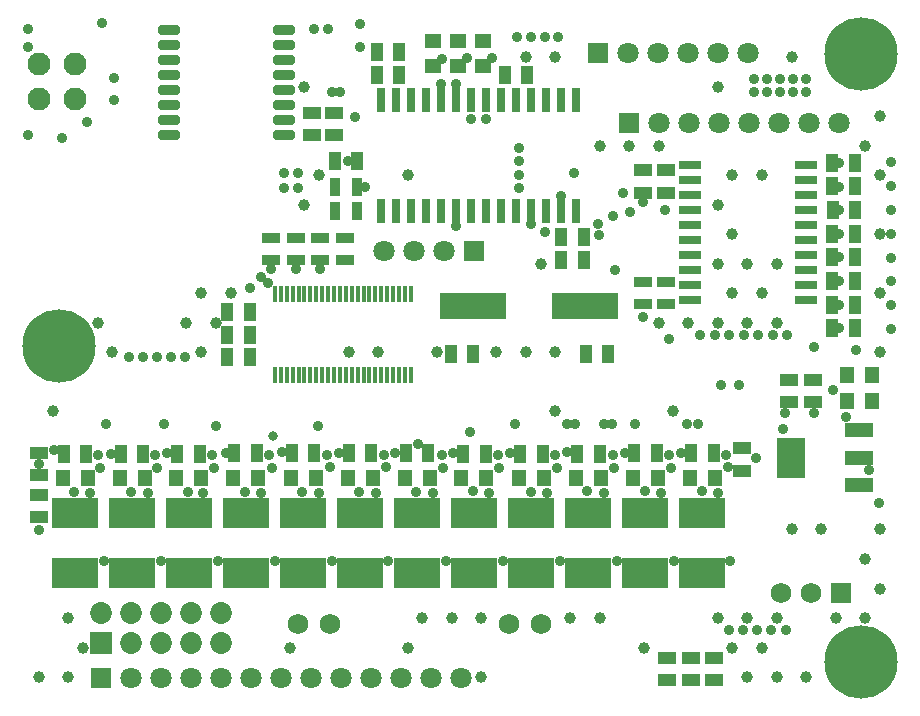
<source format=gts>
G04*
G04 #@! TF.GenerationSoftware,Altium Limited,Altium Designer,19.1.9 (167)*
G04*
G04 Layer_Color=8388736*
%FSLAX44Y44*%
%MOMM*%
G71*
G01*
G75*
%ADD29R,0.8032X2.0032*%
%ADD30R,1.5032X1.1032*%
%ADD31R,1.1032X1.5032*%
%ADD32R,1.3032X1.4032*%
%ADD33R,3.9032X2.6532*%
%ADD34R,2.3532X1.1532*%
%ADD35R,2.3532X3.4532*%
%ADD36R,1.5032X0.9032*%
%ADD37R,0.9032X1.5032*%
%ADD38R,1.8532X0.8032*%
%ADD39R,1.4032X1.3032*%
%ADD40R,0.4532X1.4532*%
%ADD41R,5.7032X2.2032*%
G04:AMPARAMS|DCode=42|XSize=0.8032mm|YSize=1.8532mm|CornerRadius=0.2516mm|HoleSize=0mm|Usage=FLASHONLY|Rotation=270.000|XOffset=0mm|YOffset=0mm|HoleType=Round|Shape=RoundedRectangle|*
%AMROUNDEDRECTD42*
21,1,0.8032,1.3500,0,0,270.0*
21,1,0.3000,1.8532,0,0,270.0*
1,1,0.5032,-0.6750,-0.1500*
1,1,0.5032,-0.6750,0.1500*
1,1,0.5032,0.6750,0.1500*
1,1,0.5032,0.6750,-0.1500*
%
%ADD42ROUNDEDRECTD42*%
%ADD43C,6.2032*%
%ADD44C,1.8032*%
%ADD45R,1.8032X1.8032*%
%ADD46C,1.8532*%
%ADD47R,1.8532X1.8532*%
%ADD48C,1.7272*%
%ADD49R,1.7272X1.7272*%
%ADD50C,1.9532*%
%ADD51C,0.9032*%
%ADD52C,1.0032*%
%ADD53C,0.8032*%
D29*
X237200Y395250D02*
D03*
X249900D02*
D03*
X262600D02*
D03*
X275300D02*
D03*
X288000D02*
D03*
X300700D02*
D03*
X313400D02*
D03*
X326100D02*
D03*
X338800D02*
D03*
X351500D02*
D03*
X364200D02*
D03*
X376900D02*
D03*
X389600D02*
D03*
X402300D02*
D03*
X237200Y489250D02*
D03*
X249900D02*
D03*
X262600D02*
D03*
X275300D02*
D03*
X288000D02*
D03*
X300700D02*
D03*
X313400D02*
D03*
X326100D02*
D03*
X338800D02*
D03*
X351500D02*
D03*
X364200D02*
D03*
X376900D02*
D03*
X389600D02*
D03*
X402300D02*
D03*
D30*
X543205Y194481D02*
D03*
Y175481D02*
D03*
X-52463Y171680D02*
D03*
Y190680D02*
D03*
Y154925D02*
D03*
Y135925D02*
D03*
X518920Y-1910D02*
D03*
Y17090D02*
D03*
X499320Y-1910D02*
D03*
Y17090D02*
D03*
X479720Y-1910D02*
D03*
Y17090D02*
D03*
X582700Y252520D02*
D03*
Y233520D02*
D03*
X602720Y252520D02*
D03*
Y233520D02*
D03*
X478720Y430000D02*
D03*
Y411000D02*
D03*
X459250Y430000D02*
D03*
Y411000D02*
D03*
X197750Y478500D02*
D03*
Y459500D02*
D03*
X178750Y478500D02*
D03*
Y459500D02*
D03*
D31*
X500020Y190180D02*
D03*
X519020D02*
D03*
X451590D02*
D03*
X470590D02*
D03*
X403500Y189930D02*
D03*
X422500D02*
D03*
X355090D02*
D03*
X374090D02*
D03*
X306840D02*
D03*
X325840D02*
D03*
X258340Y190180D02*
D03*
X277340D02*
D03*
X209840D02*
D03*
X228840D02*
D03*
X161590D02*
D03*
X180590D02*
D03*
X113090D02*
D03*
X132090D02*
D03*
X64590Y189930D02*
D03*
X83590D02*
D03*
X16840D02*
D03*
X35840D02*
D03*
X-31410D02*
D03*
X-12410D02*
D03*
X217000Y437750D02*
D03*
X198000D02*
D03*
X389750Y373250D02*
D03*
X408750D02*
D03*
X389750Y354000D02*
D03*
X408750D02*
D03*
X638500Y296000D02*
D03*
X619500D02*
D03*
X638500Y315857D02*
D03*
X619500D02*
D03*
X638500Y335964D02*
D03*
X619500D02*
D03*
X638500Y356000D02*
D03*
X619500D02*
D03*
X638500Y376000D02*
D03*
X619500D02*
D03*
X638560Y396000D02*
D03*
X619560D02*
D03*
X638500Y416143D02*
D03*
X619500D02*
D03*
X638370Y436250D02*
D03*
X619370D02*
D03*
X252833Y530093D02*
D03*
X233833D02*
D03*
X252833Y510593D02*
D03*
X233833D02*
D03*
X361250Y510500D02*
D03*
X342250D02*
D03*
X410535Y274250D02*
D03*
X429535D02*
D03*
X315340Y274250D02*
D03*
X296340D02*
D03*
X107250Y290750D02*
D03*
X126250D02*
D03*
X107250Y272000D02*
D03*
X126250D02*
D03*
X107250Y309500D02*
D03*
X126250D02*
D03*
D32*
X498770Y169120D02*
D03*
X519770D02*
D03*
X450510D02*
D03*
X471510D02*
D03*
X402250D02*
D03*
X423250D02*
D03*
X353990D02*
D03*
X374990D02*
D03*
X305390D02*
D03*
X326390D02*
D03*
X257470D02*
D03*
X278470D02*
D03*
X209210D02*
D03*
X230210D02*
D03*
X160950D02*
D03*
X181950D02*
D03*
X111760D02*
D03*
X132760D02*
D03*
X64090D02*
D03*
X85090D02*
D03*
X16170D02*
D03*
X37170D02*
D03*
X-32090D02*
D03*
X-11090D02*
D03*
X631560Y234350D02*
D03*
X652560D02*
D03*
X631560Y256270D02*
D03*
X652560D02*
D03*
D33*
X509270Y88550D02*
D03*
Y140050D02*
D03*
X461010Y88550D02*
D03*
Y140050D02*
D03*
X412750Y88550D02*
D03*
Y140050D02*
D03*
X364490Y88550D02*
D03*
Y140050D02*
D03*
X316230Y88550D02*
D03*
Y140050D02*
D03*
X267970Y88550D02*
D03*
Y140050D02*
D03*
X219710Y88550D02*
D03*
Y140050D02*
D03*
X171450Y88550D02*
D03*
Y140050D02*
D03*
X123190Y88550D02*
D03*
Y140050D02*
D03*
X74930Y88550D02*
D03*
Y140050D02*
D03*
X26670Y88550D02*
D03*
Y140050D02*
D03*
X-21590Y88550D02*
D03*
Y140050D02*
D03*
D34*
X642000Y163500D02*
D03*
Y186500D02*
D03*
Y209500D02*
D03*
D35*
X584000Y186500D02*
D03*
D36*
X206420Y372500D02*
D03*
Y353500D02*
D03*
X478340Y335500D02*
D03*
Y316500D02*
D03*
X458750Y335500D02*
D03*
Y316500D02*
D03*
X185720Y353500D02*
D03*
Y372500D02*
D03*
X165020Y353500D02*
D03*
Y372500D02*
D03*
X144320Y353500D02*
D03*
Y372500D02*
D03*
D37*
X198000Y416000D02*
D03*
X217000D02*
D03*
X198000Y395250D02*
D03*
X217000D02*
D03*
D38*
X499250Y433900D02*
D03*
Y421200D02*
D03*
Y408500D02*
D03*
Y395800D02*
D03*
Y383100D02*
D03*
Y370400D02*
D03*
Y357700D02*
D03*
Y345000D02*
D03*
Y332300D02*
D03*
Y319600D02*
D03*
X596750Y433900D02*
D03*
Y421200D02*
D03*
Y408500D02*
D03*
Y395800D02*
D03*
Y383100D02*
D03*
Y370400D02*
D03*
Y357700D02*
D03*
Y345000D02*
D03*
Y332300D02*
D03*
Y319600D02*
D03*
D39*
X323250Y518250D02*
D03*
Y539250D02*
D03*
X302250Y518250D02*
D03*
Y539250D02*
D03*
X281000Y518000D02*
D03*
Y539000D02*
D03*
D40*
X147470Y256380D02*
D03*
X152470D02*
D03*
X157470D02*
D03*
X162470D02*
D03*
X167470D02*
D03*
X172470D02*
D03*
X177470D02*
D03*
X182470D02*
D03*
X187470D02*
D03*
X192470D02*
D03*
X197470D02*
D03*
X202470D02*
D03*
X207470D02*
D03*
X212470D02*
D03*
X217470D02*
D03*
X222470D02*
D03*
X227470D02*
D03*
X232470D02*
D03*
X237470D02*
D03*
X242470D02*
D03*
X247470D02*
D03*
X252470D02*
D03*
X257470D02*
D03*
X262470D02*
D03*
X147470Y324880D02*
D03*
X152470D02*
D03*
X157470D02*
D03*
X162470D02*
D03*
X167470D02*
D03*
X172470D02*
D03*
X177470D02*
D03*
X182470D02*
D03*
X187470D02*
D03*
X192470D02*
D03*
X197470D02*
D03*
X202470D02*
D03*
X207470D02*
D03*
X212470D02*
D03*
X217470D02*
D03*
X222470D02*
D03*
X227470D02*
D03*
X232470D02*
D03*
X237470D02*
D03*
X242470D02*
D03*
X247470D02*
D03*
X252470D02*
D03*
X257470D02*
D03*
X262470D02*
D03*
D41*
X315250Y315000D02*
D03*
X410250D02*
D03*
D42*
X155000Y460050D02*
D03*
Y472750D02*
D03*
Y485450D02*
D03*
Y498150D02*
D03*
Y510850D02*
D03*
Y523550D02*
D03*
Y536250D02*
D03*
Y548950D02*
D03*
X57500Y460050D02*
D03*
Y472750D02*
D03*
Y485450D02*
D03*
Y498150D02*
D03*
Y510850D02*
D03*
Y523550D02*
D03*
Y536250D02*
D03*
Y548950D02*
D03*
D43*
X-35765Y280937D02*
D03*
X643860Y528340D02*
D03*
Y13226D02*
D03*
D44*
X290400Y361250D02*
D03*
X265000D02*
D03*
X239600D02*
D03*
X203200Y0D02*
D03*
X127000D02*
D03*
X76200D02*
D03*
X25400D02*
D03*
X50800D02*
D03*
X101600D02*
D03*
X152400D02*
D03*
X177800D02*
D03*
X228600D02*
D03*
X254000D02*
D03*
X279400D02*
D03*
X304800D02*
D03*
X574410Y470000D02*
D03*
X523610D02*
D03*
X472810D02*
D03*
X498210D02*
D03*
X549010D02*
D03*
X599810D02*
D03*
X625210D02*
D03*
X497450Y529500D02*
D03*
X446650D02*
D03*
X472050D02*
D03*
X522850D02*
D03*
X548250D02*
D03*
D45*
X315800Y361250D02*
D03*
X0Y0D02*
D03*
X447410Y470000D02*
D03*
X421250Y529500D02*
D03*
D46*
X25400Y54610D02*
D03*
Y29210D02*
D03*
X0Y54610D02*
D03*
X50800Y29210D02*
D03*
Y54610D02*
D03*
X76200Y29210D02*
D03*
X101600D02*
D03*
X76200Y54610D02*
D03*
X101600D02*
D03*
D47*
X0Y29210D02*
D03*
D48*
X194000Y45500D02*
D03*
X167000D02*
D03*
X372750D02*
D03*
X345750D02*
D03*
X601300Y72020D02*
D03*
X575900D02*
D03*
D49*
X626700D02*
D03*
D50*
X-22000Y489750D02*
D03*
Y519750D02*
D03*
X-52000Y489750D02*
D03*
Y519750D02*
D03*
D51*
X375777Y377332D02*
D03*
X421521Y374768D02*
D03*
X420949Y384474D02*
D03*
X435521Y345517D02*
D03*
X579067Y224463D02*
D03*
X578000Y211000D02*
D03*
X-32750Y456750D02*
D03*
X219820Y533820D02*
D03*
X388664Y99246D02*
D03*
X312250Y208510D02*
D03*
X490868Y190180D02*
D03*
X444250Y190250D02*
D03*
X395030Y191000D02*
D03*
X346780Y190180D02*
D03*
X298530Y190500D02*
D03*
X249500Y190713D02*
D03*
X201899D02*
D03*
X153500Y191037D02*
D03*
X105750Y190680D02*
D03*
X56280Y190755D02*
D03*
X8250Y190000D02*
D03*
X-39410Y193180D02*
D03*
X354250Y414750D02*
D03*
X354364Y426000D02*
D03*
X196030Y495840D02*
D03*
X219820Y554000D02*
D03*
X540590Y247726D02*
D03*
X525497D02*
D03*
X743Y554438D02*
D03*
X-61257Y534438D02*
D03*
X-11437Y470565D02*
D03*
X509000Y158000D02*
D03*
X461000D02*
D03*
X412000D02*
D03*
X364000Y157800D02*
D03*
X315150Y158000D02*
D03*
X218566Y157750D02*
D03*
X170283Y157800D02*
D03*
X122000Y157675D02*
D03*
X73750Y157800D02*
D03*
X26000D02*
D03*
X-22500D02*
D03*
X604268Y224000D02*
D03*
X477408Y395966D02*
D03*
X300688Y382535D02*
D03*
X389786Y407707D02*
D03*
X288000Y502750D02*
D03*
X313400Y473000D02*
D03*
X326000D02*
D03*
X364257Y384474D02*
D03*
X433500Y390750D02*
D03*
X300700Y502750D02*
D03*
X166953Y415228D02*
D03*
X155406D02*
D03*
X166953Y427237D02*
D03*
X155406D02*
D03*
X23743Y271438D02*
D03*
X35710D02*
D03*
X47678D02*
D03*
X59645D02*
D03*
X71613D02*
D03*
X192362Y549856D02*
D03*
X180841D02*
D03*
X352737Y542677D02*
D03*
X364257D02*
D03*
X375777D02*
D03*
X387297D02*
D03*
X596915Y496045D02*
D03*
Y507080D02*
D03*
X585942D02*
D03*
Y496045D02*
D03*
X574968D02*
D03*
Y507080D02*
D03*
X563994Y496045D02*
D03*
Y507080D02*
D03*
X553021Y496045D02*
D03*
Y507080D02*
D03*
X669408Y295308D02*
D03*
Y315504D02*
D03*
Y335700D02*
D03*
Y355895D02*
D03*
Y376091D02*
D03*
Y396287D02*
D03*
Y416483D02*
D03*
Y436679D02*
D03*
X581274Y290728D02*
D03*
X568969D02*
D03*
X556663D02*
D03*
X544357D02*
D03*
X532051D02*
D03*
X519746D02*
D03*
X507440D02*
D03*
X141391Y334564D02*
D03*
X136061Y339406D02*
D03*
X522584Y156908D02*
D03*
X505677Y214946D02*
D03*
X496449D02*
D03*
X266903Y157800D02*
D03*
X268965Y197686D02*
D03*
X452250Y215250D02*
D03*
X425658Y214946D02*
D03*
X432508D02*
D03*
X401560D02*
D03*
X394711D02*
D03*
X350887D02*
D03*
X183785Y212963D02*
D03*
X97814D02*
D03*
X53791Y214753D02*
D03*
X-52315Y181139D02*
D03*
X4811Y214638D02*
D03*
X202961Y495840D02*
D03*
X209730Y437802D02*
D03*
X579838Y40703D02*
D03*
X567871D02*
D03*
X555903D02*
D03*
X543936D02*
D03*
X531968D02*
D03*
X400500Y427250D02*
D03*
X-61400Y459750D02*
D03*
Y549750D02*
D03*
X11000Y489500D02*
D03*
Y508000D02*
D03*
X448383Y394237D02*
D03*
X215569Y475232D02*
D03*
X354364Y437781D02*
D03*
X223775Y415982D02*
D03*
X354364Y448704D02*
D03*
X331348Y524740D02*
D03*
X441844Y410511D02*
D03*
X185720Y346250D02*
D03*
X165020D02*
D03*
X144320D02*
D03*
X481238Y287291D02*
D03*
X126203Y330126D02*
D03*
X458754Y403268D02*
D03*
Y305930D02*
D03*
X288524Y524305D02*
D03*
X309750Y524740D02*
D03*
X625250Y296000D02*
D03*
Y315857D02*
D03*
Y335964D02*
D03*
Y356000D02*
D03*
Y376000D02*
D03*
Y396000D02*
D03*
Y416000D02*
D03*
Y436250D02*
D03*
X604000Y280250D02*
D03*
X639000Y277750D02*
D03*
X650750Y176250D02*
D03*
X659000Y148500D02*
D03*
X619880Y243540D02*
D03*
X631370Y221040D02*
D03*
X529680Y188342D02*
D03*
X481076D02*
D03*
X433265D02*
D03*
X384640D02*
D03*
X335992D02*
D03*
X240053Y188399D02*
D03*
X289000D02*
D03*
X191146D02*
D03*
X142778D02*
D03*
X94141D02*
D03*
X45894D02*
D03*
X-2609Y188356D02*
D03*
X554433Y186229D02*
D03*
X474480Y156908D02*
D03*
X425809D02*
D03*
X377634D02*
D03*
X329044D02*
D03*
X241158Y178180D02*
D03*
X289466Y177971D02*
D03*
X281340Y156908D02*
D03*
X233090D02*
D03*
X243590Y99180D02*
D03*
X184590Y156908D02*
D03*
X135340D02*
D03*
X86742Y156930D02*
D03*
X39590Y156908D02*
D03*
X-410Y177930D02*
D03*
X47590D02*
D03*
X-52660Y125582D02*
D03*
X-8948Y156908D02*
D03*
X96090Y177930D02*
D03*
X144840D02*
D03*
X193840Y178180D02*
D03*
X337340Y177971D02*
D03*
X386391Y177967D02*
D03*
X434292Y177955D02*
D03*
X531230Y178370D02*
D03*
X482781Y177955D02*
D03*
X532820Y99246D02*
D03*
X485212D02*
D03*
X436851D02*
D03*
X292090Y99180D02*
D03*
X340340D02*
D03*
X195590D02*
D03*
X147340D02*
D03*
X99090D02*
D03*
X50800D02*
D03*
X2590D02*
D03*
D52*
X322340Y680D02*
D03*
X659840Y475680D02*
D03*
X647340Y450680D02*
D03*
X659840Y425680D02*
D03*
Y375680D02*
D03*
Y325680D02*
D03*
Y275680D02*
D03*
Y125680D02*
D03*
X647340Y100680D02*
D03*
X659840Y75680D02*
D03*
X647340Y50680D02*
D03*
X622340D02*
D03*
X609840Y125680D02*
D03*
X597340Y680D02*
D03*
X584840Y525680D02*
D03*
X572340Y350680D02*
D03*
Y300680D02*
D03*
X584840Y125680D02*
D03*
X572340Y50680D02*
D03*
Y680D02*
D03*
X559840Y425680D02*
D03*
X547340Y350680D02*
D03*
X559840Y325680D02*
D03*
X547340Y300680D02*
D03*
Y50680D02*
D03*
X559840Y25680D02*
D03*
X547340Y680D02*
D03*
X522340Y500680D02*
D03*
X534840Y425680D02*
D03*
X522340Y400680D02*
D03*
X534840Y375680D02*
D03*
X522340Y350680D02*
D03*
X534840Y325680D02*
D03*
X522340Y300680D02*
D03*
Y50680D02*
D03*
X534840Y25680D02*
D03*
X497340Y300680D02*
D03*
X472340Y450680D02*
D03*
Y300680D02*
D03*
X484840Y225680D02*
D03*
X447340Y450680D02*
D03*
X459840Y25680D02*
D03*
X422340Y450680D02*
D03*
Y50680D02*
D03*
X397340D02*
D03*
X384840Y525680D02*
D03*
X372340Y350680D02*
D03*
X384840Y275680D02*
D03*
Y225680D02*
D03*
X359840Y525680D02*
D03*
Y275680D02*
D03*
X334840D02*
D03*
X322340Y50680D02*
D03*
X297340D02*
D03*
X284840Y275680D02*
D03*
X272340Y50680D02*
D03*
X259840Y425680D02*
D03*
Y25680D02*
D03*
X234840Y275680D02*
D03*
X209840D02*
D03*
X172340Y500680D02*
D03*
X184840Y425680D02*
D03*
X172340Y400680D02*
D03*
X159840Y25680D02*
D03*
X109840Y325680D02*
D03*
X97340Y300680D02*
D03*
X84840Y325680D02*
D03*
X72340Y300680D02*
D03*
X84840Y275680D02*
D03*
X-2660Y300680D02*
D03*
X9840Y275680D02*
D03*
X-27660Y50680D02*
D03*
X-15160Y25680D02*
D03*
X-27660Y680D02*
D03*
X-40160Y225680D02*
D03*
X-52660Y680D02*
D03*
D53*
X145750Y204750D02*
D03*
M02*

</source>
